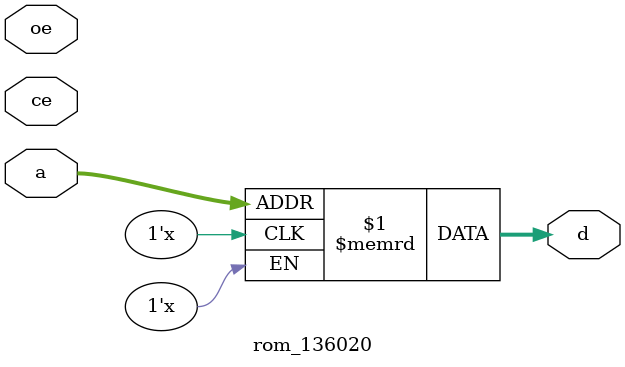
<source format=v>
module rom_136020(
		  input [12:0] a,
		  output [7:0] d,
		  input        ce,
		  input        oe
		  );

   reg [7:0] rom[0:8191];

   assign d = rom[a];

endmodule // rom_136020

</source>
